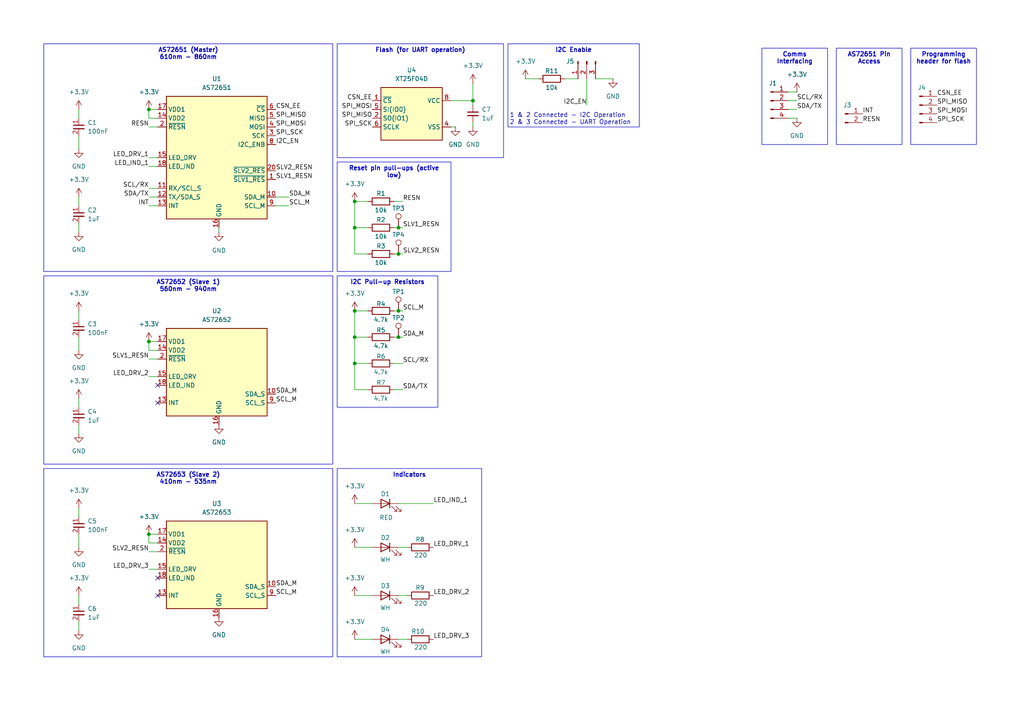
<source format=kicad_sch>
(kicad_sch (version 20231120) (generator "eeschema") (generator_version "8.0")
  (paper "A4")
  (title_block (title "AS7265X Chip-set") (date "2024-06-12") (rev "1") (company "University of Cape Town") (comment 1 "Sarah Tallack"))
  (lib_symbols
    (symbol "C_Small_1" (pin_names (offset 0.254) hide)
      (property "Reference" "C" (at 0.254 1.778 0))
      (property "Value" "C_Small" (at 0.254 -2.032 0))
      (symbol "C_Small_1_0_1"
        (polyline (pts (xy -1.524 -0.508) (xy 1.524 -0.508)) (stroke (width 0.3302)))
        (polyline (pts (xy -1.524 0.508) (xy 1.524 0.508)) (stroke (width 0.3048)))
      )
      (symbol "C_Small_1_1_1"
        (pin passive line (at 0 2.54 270) (length 2.032) (name "~") (number "1"))
        (pin passive line (at 0 -2.54 90) (length 2.032) (name "~") (number "2"))
      )
    )
    (symbol "C_Small_2" (pin_names (offset 0.254) hide)
      (property "Reference" "C" (at 0.254 1.778 0))
      (property "Value" "C_Small" (at 0.254 -2.032 0))
      (symbol "C_Small_2_0_1"
        (polyline (pts (xy -1.524 -0.508) (xy 1.524 -0.508)) (stroke (width 0.3302)))
        (polyline (pts (xy -1.524 0.508) (xy 1.524 0.508)) (stroke (width 0.3048)))
      )
      (symbol "C_Small_2_1_1"
        (pin passive line (at 0 2.54 270) (length 2.032) (name "~") (number "1"))
        (pin passive line (at 0 -2.54 90) (length 2.032) (name "~") (number "2"))
      )
    )
    (symbol "C_Small_3" (pin_numbers hide) (pin_names (offset 0.254) hide)
      (property "Reference" "C" (at 0.254 1.778 0))
      (property "Value" "C_Small" (at 0.254 -2.032 0))
      (symbol "C_Small_3_0_1"
        (polyline (pts (xy -1.524 -0.508) (xy 1.524 -0.508)) (stroke (width 0.3302)))
        (polyline (pts (xy -1.524 0.508) (xy 1.524 0.508)) (stroke (width 0.3048)))
      )
      (symbol "C_Small_3_1_1"
        (pin passive line (at 0 2.54 270) (length 2.032) (name "~") (number "1"))
        (pin passive line (at 0 -2.54 90) (length 2.032) (name "~") (number "2"))
      )
    )
    (symbol "Connector:Conn_01x02_Pin" (pin_names (offset 1.016) hide)
      (property "Reference" "J" (at 0 2.54 0))
      (property "Value" "Conn_01x02_Pin" (at 0 -5.08 0))
      (symbol "Conn_01x02_Pin_1_1"
        (polyline (pts (xy 1.27 -2.54) (xy 0.8636 -2.54)) (stroke (width 0.1524)))
        (polyline (pts (xy 1.27 0) (xy 0.8636 0)) (stroke (width 0.1524)))
        (rectangle (start 0.8636 -2.413) (end 0 -2.667) (stroke (width 0.1524)) (fill (type outline)))
        (rectangle (start 0.8636 0.127) (end 0 -0.127) (stroke (width 0.1524)) (fill (type outline)))
        (pin passive line (at 5.08 0 180) (length 3.81) (name "Pin_1") (number "1"))
        (pin passive line (at 5.08 -2.54 180) (length 3.81) (name "Pin_2") (number "2"))
      )
    )
    (symbol "Connector:Conn_01x03_Pin" (pin_names (offset 1.016) hide)
      (property "Reference" "J" (at 0 5.08 0))
      (property "Value" "Conn_01x03_Pin" (at 0 -5.08 0))
      (symbol "Conn_01x03_Pin_1_1"
        (polyline (pts (xy 1.27 -2.54) (xy 0.8636 -2.54)) (stroke (width 0.1524)))
        (polyline (pts (xy 1.27 0) (xy 0.8636 0)) (stroke (width 0.1524)))
        (polyline (pts (xy 1.27 2.54) (xy 0.8636 2.54)) (stroke (width 0.1524)))
        (rectangle (start 0.8636 -2.413) (end 0 -2.667) (stroke (width 0.1524)) (fill (type outline)))
        (rectangle (start 0.8636 0.127) (end 0 -0.127) (stroke (width 0.1524)) (fill (type outline)))
        (rectangle (start 0.8636 2.667) (end 0 2.413) (stroke (width 0.1524)) (fill (type outline)))
        (pin passive line (at 5.08 2.54 180) (length 3.81) (name "Pin_1") (number "1"))
        (pin passive line (at 5.08 0 180) (length 3.81) (name "Pin_2") (number "2"))
        (pin passive line (at 5.08 -2.54 180) (length 3.81) (name "Pin_3") (number "3"))
      )
    )
    (symbol "Connector:Conn_01x04_Pin" (pin_names (offset 1.016) hide)
      (property "Reference" "J" (at 0 5.08 0))
      (property "Value" "Conn_01x04_Pin" (at 0 -7.62 0))
      (symbol "Conn_01x04_Pin_1_1"
        (polyline (pts (xy 1.27 -5.08) (xy 0.8636 -5.08)) (stroke (width 0.1524)))
        (polyline (pts (xy 1.27 -2.54) (xy 0.8636 -2.54)) (stroke (width 0.1524)))
        (polyline (pts (xy 1.27 0) (xy 0.8636 0)) (stroke (width 0.1524)))
        (polyline (pts (xy 1.27 2.54) (xy 0.8636 2.54)) (stroke (width 0.1524)))
        (rectangle (start 0.8636 -4.953) (end 0 -5.207) (stroke (width 0.1524)) (fill (type outline)))
        (rectangle (start 0.8636 -2.413) (end 0 -2.667) (stroke (width 0.1524)) (fill (type outline)))
        (rectangle (start 0.8636 0.127) (end 0 -0.127) (stroke (width 0.1524)) (fill (type outline)))
        (rectangle (start 0.8636 2.667) (end 0 2.413) (stroke (width 0.1524)) (fill (type outline)))
        (pin passive line (at 5.08 2.54 180) (length 3.81) (name "Pin_1") (number "1"))
        (pin passive line (at 5.08 0 180) (length 3.81) (name "Pin_2") (number "2"))
        (pin passive line (at 5.08 -2.54 180) (length 3.81) (name "Pin_3") (number "3"))
        (pin passive line (at 5.08 -5.08 180) (length 3.81) (name "Pin_4") (number "4"))
      )
    )
    (symbol "Connector:TestPoint" (pin_numbers hide) (pin_names (offset 0.762) hide)
      (property "Reference" "TP" (at 0 6.858 0))
      (property "Value" "TestPoint" (at 0 5.08 0))
      (symbol "TestPoint_0_1"
        (circle (center 0 3.302) (radius 0.762))
      )
      (symbol "TestPoint_1_1"
        (pin passive line (at 0 0 90) (length 2.54) (name "1") (number "1"))
      )
    )
    (symbol "Device:LED" (pin_numbers hide) (pin_names (offset 1.016) hide)
      (property "Reference" "D" (at 0 2.54 0))
      (property "Value" "LED" (at 0 -2.54 0))
      (symbol "LED_0_1"
        (polyline (pts (xy -1.27 -1.27) (xy -1.27 1.27)) (stroke (width 0.254)))
        (polyline (pts (xy -1.27 0) (xy 1.27 0)))
        (polyline (pts (xy 1.27 -1.27) (xy 1.27 1.27) (xy -1.27 0) (xy 1.27 -1.27)) (stroke (width 0.254)))
        (polyline (pts (xy -3.048 -0.762) (xy -4.572 -2.286) (xy -3.81 -2.286) (xy -4.572 -2.286) (xy -4.572 -1.524)))
        (polyline (pts (xy -1.778 -0.762) (xy -3.302 -2.286) (xy -2.54 -2.286) (xy -3.302 -2.286) (xy -3.302 -1.524)))
      )
      (symbol "LED_1_1"
        (pin passive line (at -3.81 0 0) (length 2.54) (name "K") (number "1"))
        (pin passive line (at 3.81 0 180) (length 2.54) (name "A") (number "2"))
      )
    )
    (symbol "Device:R" (pin_numbers hide) (pin_names (offset 0))
      (property "Reference" "R" (at 2.032 0 90))
      (property "Value" "R" (at 0 0 90))
      (symbol "R_0_1"
        (rectangle (start -1.016 -2.54) (end 1.016 2.54) (stroke (width 0.254)))
      )
      (symbol "R_1_1"
        (pin passive line (at 0 3.81 270) (length 1.27) (name "~") (number "1"))
        (pin passive line (at 0 -3.81 90) (length 1.27) (name "~") (number "2"))
      )
    )
    (symbol "Sarah_Library:AS72651"
      (property "Reference" "U" (at -14.478 22.098 0))
      (property "Value" "AS72651" (at -10.922 19.558 0))
      (symbol "AS72651_0_1"
        (rectangle (start -15.24 17.78) (end 13.97 -17.78) (stroke (width 0.254)) (fill (type background)))
      )
      (symbol "AS72651_1_1"
        (pin output line (at 16.51 -6.35 180) (length 2.54) (name "~{SLV1_RES}") (number "1"))
        (pin bidirectional line (at 16.51 -11.43 180) (length 2.54) (name "SDA_M") (number "10"))
        (pin input line (at -17.78 -8.89 0) (length 2.54) (name "RX/SCL_S") (number "11"))
        (pin bidirectional line (at -17.78 -11.43 0) (length 2.54) (name "TX/SDA_S") (number "12"))
        (pin output line (at -17.78 -13.97 0) (length 2.54) (name "INT") (number "13"))
        (pin power_in line (at -17.78 11.43 0) (length 2.54) (name "VDD2") (number "14"))
        (pin output line (at -17.78 0 0) (length 2.54) (name "LED_DRV") (number "15"))
        (pin power_in line (at 0 -20.32 90) (length 2.54) (name "GND") (number "16"))
        (pin power_in line (at -17.78 13.97 0) (length 2.54) (name "VDD1") (number "17"))
        (pin output line (at -17.78 -2.54 0) (length 2.54) (name "LED_IND") (number "18"))
        (pin no_connect line (at 6.35 20.32 270) (length 2.54) hide (name "NC") (number "19"))
        (pin input line (at -17.78 8.89 0) (length 2.54) (name "~{RESN}") (number "2"))
        (pin output line (at 16.51 -3.81 180) (length 2.54) (name "~{SLV2_RES}") (number "20"))
        (pin output line (at 16.51 6.35 180) (length 2.54) (name "SCK") (number "3"))
        (pin output line (at 16.51 8.89 180) (length 2.54) (name "MOSI") (number "4"))
        (pin input line (at 16.51 11.43 180) (length 2.54) (name "MISO") (number "5"))
        (pin output line (at 16.51 13.97 180) (length 2.54) (name "~{CS}") (number "6"))
        (pin no_connect line (at 3.81 20.32 270) (length 2.54) hide (name "NC") (number "7"))
        (pin input line (at 16.51 3.81 180) (length 2.54) (name "I2C_ENB") (number "8"))
        (pin output line (at 16.51 -13.97 180) (length 2.54) (name "SCL_M") (number "9"))
      )
    )
    (symbol "Sarah_Library:AS72652"
      (property "Reference" "U" (at -14.732 16.256 0))
      (property "Value" "AS72652" (at -11.176 13.97 0))
      (symbol "AS72652_0_1"
        (rectangle (start -15.24 12.7) (end 13.97 -12.7) (stroke (width 0.254)) (fill (type background)))
      )
      (symbol "AS72652_1_1"
        (pin no_connect line (at -34.29 11.43 0) (length 2.54) hide (name "NC") (number "1"))
        (pin bidirectional line (at 16.51 -6.35 180) (length 2.54) (name "SDA_S") (number "10"))
        (pin no_connect line (at -34.29 -6.35 0) (length 2.54) hide (name "NC") (number "11"))
        (pin no_connect line (at -34.29 -8.89 0) (length 2.54) hide (name "NC") (number "12"))
        (pin output line (at -17.78 -8.89 0) (length 2.54) (name "INT") (number "13"))
        (pin power_in line (at -17.78 6.35 0) (length 2.54) (name "VDD2") (number "14"))
        (pin output line (at -17.78 -1.27 0) (length 2.54) (name "LED_DRV") (number "15"))
        (pin power_in line (at 0 -15.24 90) (length 2.54) (name "GND") (number "16"))
        (pin power_in line (at -17.78 8.89 0) (length 2.54) (name "VDD1") (number "17"))
        (pin output line (at -17.78 -3.81 0) (length 2.54) (name "LED_IND") (number "18"))
        (pin no_connect line (at -34.29 -11.43 0) (length 2.54) hide (name "NC") (number "19"))
        (pin input line (at -17.78 3.81 0) (length 2.54) (name "~{RESN}") (number "2"))
        (pin no_connect line (at -34.29 -13.97 0) (length 2.54) hide (name "NC") (number "20"))
        (pin no_connect line (at -34.29 8.89 0) (length 2.54) hide (name "NC") (number "3"))
        (pin no_connect line (at -34.29 6.35 0) (length 2.54) hide (name "NC") (number "4"))
        (pin no_connect line (at -34.29 3.81 0) (length 2.54) hide (name "NC") (number "5"))
        (pin no_connect line (at -34.29 1.27 0) (length 2.54) hide (name "NC") (number "6"))
        (pin no_connect line (at -34.29 -1.27 0) (length 2.54) hide (name "NC") (number "7"))
        (pin no_connect line (at -34.29 -3.81 0) (length 2.54) hide (name "NC") (number "8"))
        (pin bidirectional line (at 16.51 -8.89 180) (length 2.54) (name "SCL_S") (number "9"))
      )
    )
    (symbol "Sarah_Library:AS72653"
      (property "Reference" "U" (at -9.652 -12.7 0))
      (property "Value" "AS72653" (at 0 0 0))
      (symbol "AS72653_0_1"
        (rectangle (start -15.24 12.7) (end 13.97 -12.7) (stroke (width 0.254)) (fill (type background)))
      )
      (symbol "AS72653_1_1"
        (pin no_connect line (at -34.29 11.43 0) (length 2.54) hide (name "NC") (number "1"))
        (pin bidirectional line (at 16.51 -6.35 180) (length 2.54) (name "SDA_S") (number "10"))
        (pin no_connect line (at -34.29 -6.35 0) (length 2.54) hide (name "NC") (number "11"))
        (pin no_connect line (at -34.29 -8.89 0) (length 2.54) hide (name "NC") (number "12"))
        (pin output line (at -17.78 -8.89 0) (length 2.54) (name "INT") (number "13"))
        (pin power_in line (at -17.78 6.35 0) (length 2.54) (name "VDD2") (number "14"))
        (pin output line (at -17.78 -1.27 0) (length 2.54) (name "LED_DRV") (number "15"))
        (pin power_in line (at 0 -15.24 90) (length 2.54) (name "GND") (number "16"))
        (pin power_in line (at -17.78 8.89 0) (length 2.54) (name "VDD1") (number "17"))
        (pin output line (at -17.78 -3.81 0) (length 2.54) (name "LED_IND") (number "18"))
        (pin no_connect line (at -34.29 -11.43 0) (length 2.54) hide (name "NC") (number "19"))
        (pin input line (at -17.78 3.81 0) (length 2.54) (name "~{RESN}") (number "2"))
        (pin no_connect line (at -34.29 -13.97 0) (length 2.54) hide (name "NC") (number "20"))
        (pin no_connect line (at -34.29 8.89 0) (length 2.54) hide (name "NC") (number "3"))
        (pin no_connect line (at -34.29 6.35 0) (length 2.54) hide (name "NC") (number "4"))
        (pin no_connect line (at -34.29 3.81 0) (length 2.54) hide (name "NC") (number "5"))
        (pin no_connect line (at -34.29 1.27 0) (length 2.54) hide (name "NC") (number "6"))
        (pin no_connect line (at -34.29 -1.27 0) (length 2.54) hide (name "NC") (number "7"))
        (pin no_connect line (at -34.29 -3.81 0) (length 2.54) hide (name "NC") (number "8"))
        (pin bidirectional line (at 16.51 -8.89 180) (length 2.54) (name "SCL_S") (number "9"))
      )
    )
    (symbol "Sarah_Library:XT25F04D"
      (property "Reference" "U" (at -10.922 16.256 0))
      (property "Value" "XT25F04D" (at -6.858 13.97 0))
      (symbol "XT25F04D_0_1"
        (rectangle (start -8.89 12.7) (end 8.89 -2.54) (stroke (width 0.254)) (fill (type background)))
      )
      (symbol "XT25F04D_1_1"
        (pin input line (at -11.43 8.89 0) (length 2.54) (name "~{CS}") (number "1"))
        (pin bidirectional line (at -11.43 3.81 0) (length 2.54) (name "SO(IO1)") (number "2"))
        (pin no_connect line (at 11.43 6.35 180) (length 2.54) hide (name "NC") (number "3"))
        (pin power_in line (at 11.43 1.27 180) (length 2.54) (name "VSS") (number "4"))
        (pin bidirectional line (at -11.43 6.35 0) (length 2.54) (name "SI(IO0)") (number "5"))
        (pin input line (at -11.43 1.27 0) (length 2.54) (name "SCLK") (number "6"))
        (pin no_connect line (at 11.43 3.81 180) (length 2.54) hide (name "NC") (number "7"))
        (pin power_in line (at 11.43 8.89 180) (length 2.54) (name "VCC") (number "8"))
      )
    )
    (symbol "power:+3.3V" (power) (pin_numbers hide) (pin_names (offset 0) hide)
      (property "Value" "+3.3V" (at 0 3.556 0))
      (symbol "+3.3V_0_1"
        (polyline (pts (xy -0.762 1.27) (xy 0 2.54)))
        (polyline (pts (xy 0 0) (xy 0 2.54)))
        (polyline (pts (xy 0 2.54) (xy 0.762 1.27)))
      )
      (symbol "+3.3V_1_1"
        (pin power_in line (at 0 0 90) (length 0) (name "~") (number "1"))
      )
    )
    (symbol "power:GND" (power) (pin_numbers hide) (pin_names (offset 0) hide)
      (property "Value" "GND" (at 0 -3.81 0))
      (symbol "GND_0_1"
        (polyline (pts (xy 0 0) (xy 0 -1.27) (xy 1.27 -1.27) (xy 0 -2.54) (xy -1.27 -1.27) (xy 0 -1.27)))
      )
      (symbol "GND_1_1"
        (pin power_in line (at 0 0 270) (length 0) (name "~") (number "1"))
      )
    )
  )
  (junction (at 115.57 66.04))
  (junction (at 102.87 90.17))
  (junction (at 102.87 66.04))
  (junction (at 43.18 154.94))
  (junction (at 115.57 73.66))
  (junction (at 43.18 31.75))
  (junction (at 102.87 105.41))
  (junction (at 137.16 29.21))
  (junction (at 102.87 58.42))
  (junction (at 115.57 90.17))
  (junction (at 43.18 99.06))
  (junction (at 102.87 97.79))
  (junction (at 115.57 97.79))
  (no_connect (at 45.72 167.64))
  (no_connect (at 45.72 116.84))
  (no_connect (at 45.72 172.72))
  (no_connect (at 45.72 111.76))
  (wire (pts (xy 228.6 26.67) (xy 231.14 26.67)))
  (wire (pts (xy 43.18 34.29) (xy 43.18 31.75)))
  (wire (pts (xy 43.18 109.22) (xy 45.72 109.22)))
  (wire (pts (xy 118.11 185.42) (xy 115.57 185.42)))
  (wire (pts (xy 43.18 101.6) (xy 45.72 101.6)))
  (wire (pts (xy 102.87 73.66) (xy 106.68 73.66)))
  (wire (pts (xy 137.16 24.13) (xy 137.16 29.21)))
  (wire (pts (xy 102.87 113.03) (xy 106.68 113.03)))
  (wire (pts (xy 45.72 34.29) (xy 43.18 34.29)))
  (wire (pts (xy 43.18 165.1) (xy 45.72 165.1)))
  (wire (pts (xy 22.86 90.17) (xy 22.86 92.71)))
  (wire (pts (xy 170.18 22.86) (xy 170.18 30.48)))
  (wire (pts (xy 22.86 123.19) (xy 22.86 125.73)))
  (wire (pts (xy 114.3 105.41) (xy 116.84 105.41)))
  (wire (pts (xy 106.68 58.42) (xy 102.87 58.42)))
  (wire (pts (xy 163.83 22.86) (xy 167.64 22.86)))
  (wire (pts (xy 114.3 58.42) (xy 116.84 58.42)))
  (wire (pts (xy 114.3 90.17) (xy 115.57 90.17)))
  (wire (pts (xy 22.86 147.32) (xy 22.86 149.86)))
  (wire (pts (xy 130.81 29.21) (xy 137.16 29.21)))
  (wire (pts (xy 115.57 73.66) (xy 116.84 73.66)))
  (wire (pts (xy 80.01 57.15) (xy 83.82 57.15)))
  (wire (pts (xy 22.86 31.75) (xy 22.86 34.29)))
  (wire (pts (xy 102.87 105.41) (xy 102.87 113.03)))
  (wire (pts (xy 43.18 31.75) (xy 45.72 31.75)))
  (wire (pts (xy 102.87 146.05) (xy 107.95 146.05)))
  (wire (pts (xy 102.87 66.04) (xy 102.87 73.66)))
  (wire (pts (xy 22.86 118.11) (xy 22.86 115.57)))
  (wire (pts (xy 43.18 101.6) (xy 43.18 99.06)))
  (wire (pts (xy 22.86 39.37) (xy 22.86 43.18)))
  (wire (pts (xy 231.14 31.75) (xy 228.6 31.75)))
  (wire (pts (xy 22.86 175.26) (xy 22.86 172.72)))
  (wire (pts (xy 43.18 48.26) (xy 45.72 48.26)))
  (wire (pts (xy 102.87 90.17) (xy 102.87 97.79)))
  (wire (pts (xy 231.14 34.29) (xy 228.6 34.29)))
  (wire (pts (xy 43.18 157.48) (xy 43.18 154.94)))
  (wire (pts (xy 115.57 97.79) (xy 116.84 97.79)))
  (wire (pts (xy 22.86 64.77) (xy 22.86 67.31)))
  (wire (pts (xy 22.86 97.79) (xy 22.86 101.6)))
  (wire (pts (xy 152.4 22.86) (xy 156.21 22.86)))
  (wire (pts (xy 114.3 113.03) (xy 116.84 113.03)))
  (wire (pts (xy 118.11 158.75) (xy 115.57 158.75)))
  (wire (pts (xy 22.86 154.94) (xy 22.86 158.75)))
  (wire (pts (xy 43.18 99.06) (xy 45.72 99.06)))
  (wire (pts (xy 43.18 154.94) (xy 45.72 154.94)))
  (wire (pts (xy 43.18 59.69) (xy 45.72 59.69)))
  (wire (pts (xy 22.86 59.69) (xy 22.86 57.15)))
  (wire (pts (xy 118.11 172.72) (xy 115.57 172.72)))
  (wire (pts (xy 137.16 30.48) (xy 137.16 29.21)))
  (wire (pts (xy 115.57 66.04) (xy 114.3 66.04)))
  (wire (pts (xy 43.18 57.15) (xy 45.72 57.15)))
  (wire (pts (xy 102.87 97.79) (xy 106.68 97.79)))
  (wire (pts (xy 102.87 90.17) (xy 106.68 90.17)))
  (wire (pts (xy 43.18 104.14) (xy 45.72 104.14)))
  (wire (pts (xy 231.14 29.21) (xy 228.6 29.21)))
  (wire (pts (xy 102.87 66.04) (xy 106.68 66.04)))
  (wire (pts (xy 43.18 36.83) (xy 45.72 36.83)))
  (wire (pts (xy 172.72 22.86) (xy 177.8 22.86)))
  (wire (pts (xy 115.57 90.17) (xy 116.84 90.17)))
  (wire (pts (xy 43.18 160.02) (xy 45.72 160.02)))
  (wire (pts (xy 114.3 97.79) (xy 115.57 97.79)))
  (wire (pts (xy 102.87 158.75) (xy 107.95 158.75)))
  (wire (pts (xy 63.5 66.04) (xy 63.5 67.31)))
  (wire (pts (xy 43.18 157.48) (xy 45.72 157.48)))
  (wire (pts (xy 137.16 36.83) (xy 137.16 35.56)))
  (wire (pts (xy 43.18 45.72) (xy 45.72 45.72)))
  (wire (pts (xy 125.73 146.05) (xy 115.57 146.05)))
  (wire (pts (xy 43.18 54.61) (xy 45.72 54.61)))
  (wire (pts (xy 114.3 73.66) (xy 115.57 73.66)))
  (wire (pts (xy 102.87 172.72) (xy 107.95 172.72)))
  (wire (pts (xy 102.87 185.42) (xy 107.95 185.42)))
  (wire (pts (xy 102.87 97.79) (xy 102.87 105.41)))
  (wire (pts (xy 102.87 105.41) (xy 106.68 105.41)))
  (wire (pts (xy 102.87 58.42) (xy 102.87 66.04)))
  (wire (pts (xy 116.84 66.04) (xy 115.57 66.04)))
  (wire (pts (xy 22.86 180.34) (xy 22.86 182.88)))
  (wire (pts (xy 80.01 59.69) (xy 83.82 59.69)))
  (wire (pts (xy 132.08 36.83) (xy 130.81 36.83)))
  (text_box "AS72651 (Master)\n610nm - 860nm" (at 12.7 12.7 0) (size 83.82 66.04) (effects (font (size 1.27 1.27) (bold yes)) (justify top)))
  (text_box "AS72651 Pin Access" (at 242.57 13.97 0) (size 19.05 27.94) (effects (font (size 1.27 1.27) (bold yes)) (justify top)))
  (text_box "Reset pin pull-ups (active low)" (at 97.79 46.99 0) (size 33.02 31.75) (effects (font (size 1.27 1.27) (bold yes)) (justify top)))
  (text_box "Programming header for flash" (at 264.16 13.97 0) (size 19.05 27.94) (effects (font (size 1.27 1.27) (bold yes)) (justify top)))
  (text_box "AS72653 (Slave 2)\n410nm - 535nm" (at 12.7 135.89 0) (size 83.82 54.61) (effects (font (size 1.27 1.27) (bold yes)) (justify top)))
  (text_box "Comms Interfacing" (at 220.98 13.97 0) (size 19.05 27.94) (effects (font (size 1.27 1.27) (bold yes)) (justify top)))
  (text_box "Indicators" (at 97.79 135.89 0) (size 41.91 54.61) (effects (font (size 1.27 1.27) (bold yes)) (justify top)))
  (text_box "I2C Enable \n" (at 147.32 12.7 0) (size 38.1 24.13) (effects (font (size 1.27 1.27) (bold yes)) (justify top)))
  (text_box "AS72652 (Slave 1)\n560nm - 940nm" (at 12.7 80.01 0) (size 83.82 54.61) (effects (font (size 1.27 1.27) (bold yes)) (justify top)))
  (text_box "I2C Pull-up Resistors" (at 97.79 80.01 0) (size 29.21 38.1) (effects (font (size 1.27 1.27) (bold yes)) (justify top)))
  (text_box "Flash (for UART operation)" (at 97.79 12.7 0) (size 48.26 33.02) (effects (font (size 1.27 1.27) (bold yes)) (justify top)))
  (text "1 & 2 Connected - I2C Operation\n2 & 3 Connected - UART Operation" (at 147.828 34.544 0) (effects (font (size 1.27 1.27)) (justify left)))
  (label "SLV2_RESN" (at 80.01 49.53 0))
  (label "SDA_M" (at 80.01 114.3 0))
  (label "LED_DRV_3" (at 43.18 165.1 180))
  (label "SLV2_RESN" (at 43.18 160.02 180))
  (label "CSN_EE" (at 80.01 31.75 0))
  (label "SPI_SCK" (at 107.95 36.83 180))
  (label "I2C_EN" (at 170.18 30.48 180))
  (label "SLV1_RESN" (at 116.84 66.04 0))
  (label "CSN_EE" (at 107.95 29.21 180))
  (label "SDA_M" (at 116.84 97.79 0))
  (label "SCL/RX" (at 231.14 29.21 0))
  (label "LED_DRV_1" (at 43.18 45.72 180))
  (label "SCL/RX" (at 116.84 105.41 0))
  (label "SDA/TX" (at 231.14 31.75 0))
  (label "SPI_MOSI" (at 107.95 31.75 180))
  (label "SCL_M" (at 80.01 116.84 0))
  (label "SCL_M" (at 116.84 90.17 0))
  (label "INT" (at 250.19 33.02 0))
  (label "RESN" (at 43.18 36.83 180))
  (label "CSN_EE" (at 271.78 27.94 0))
  (label "RESN" (at 116.84 58.42 0))
  (label "SDA_M" (at 83.82 57.15 0))
  (label "I2C_EN" (at 80.01 41.91 0))
  (label "SCL_M" (at 83.82 59.69 0))
  (label "SPI_MOSI" (at 271.78 33.02 0))
  (label "SPI_MISO" (at 80.01 34.29 0))
  (label "SPI_MOSI" (at 80.01 36.83 0))
  (label "SCL_M" (at 80.01 172.72 0))
  (label "INT" (at 43.18 59.69 180))
  (label "LED_DRV_2" (at 43.18 109.22 180))
  (label "LED_IND_1" (at 43.18 48.26 180))
  (label "RESN" (at 250.19 35.56 0))
  (label "SPI_MISO" (at 107.95 34.29 180))
  (label "SLV1_RESN" (at 80.01 52.07 0))
  (label "SPI_SCK" (at 271.78 35.56 0))
  (label "SPI_MISO" (at 271.78 30.48 0))
  (label "LED_DRV_2" (at 125.73 172.72 0))
  (label "SLV1_RESN" (at 43.18 104.14 180))
  (label "SLV2_RESN" (at 116.84 73.66 0))
  (label "LED_IND_1" (at 125.73 146.05 0))
  (label "SDA/TX" (at 43.18 57.15 180))
  (label "SCL/RX" (at 43.18 54.61 180))
  (label "LED_DRV_3" (at 125.73 185.42 0))
  (label "SDA/TX" (at 116.84 113.03 0))
  (label "SDA_M" (at 80.01 170.18 0))
  (label "SPI_SCK" (at 80.01 39.37 0))
  (label "LED_DRV_1" (at 125.73 158.75 0))
  (symbol (lib_id "Device:R") (at 121.92 158.75 270) (mirror x) (unit 1)
    (property "Reference" "R8" (at 123.19 156.464 90) (effects (justify right)))
    (property "Value" "220" (at 123.952 161.036 90) (effects (justify right)))
    (property "Footprint" "Resistor_SMD:R_0402_1005Metric" (effects (hide yes)))
    (property "Description" "Resistor" (effects (hide yes)))
    (property "LCSC" "C25091" (effects (hide yes)))
  )
  (symbol (lib_id "power:+3.3V") (at 102.87 58.42 0) (mirror y) (unit 1)
    (property "Reference" "#PWR019" (effects (hide yes)))
    (property "Value" "+3.3V" (at 102.87 53.34 0))
    (property "Description" "Power symbol creates a global label with name \"+3.3V\"" (effects (hide yes)))
  )
  (symbol (lib_id "Device:R") (at 160.02 22.86 90) (mirror x) (unit 1)
    (property "Reference" "R11" (at 160.02 20.574 90))
    (property "Value" "10k" (at 160.02 25.4 90))
    (property "Footprint" "Resistor_SMD:R_0402_1005Metric" (effects (hide yes)))
    (property "Description" "Resistor" (effects (hide yes)))
    (property "LCSC" "C25744" (effects (hide yes)))
  )
  (symbol (lib_name "C_Small_2") (lib_id "Device:C_Small") (at 22.86 36.83 0) (unit 1)
    (property "Reference" "C1" (at 25.4 35.5662 0) (effects (justify left)))
    (property "Value" "100nF" (at 25.4 38.1062 0) (effects (justify left)))
    (property "Footprint" "Capacitor_SMD:C_0402_1005Metric" (effects (hide yes)))
    (property "Description" "Unpolarized capacitor, small symbol" (effects (hide yes)))
    (property "LCSC" "C307331" (effects (hide yes)))
  )
  (symbol (lib_id "power:+3.3V") (at 231.14 26.67 0) (unit 1)
    (property "Reference" "#PWR030" (effects (hide yes)))
    (property "Value" "+3.3V" (at 231.14 21.59 0))
    (property "Description" "Power symbol creates a global label with name \"+3.3V\"" (effects (hide yes)))
  )
  (symbol (lib_id "Connector:TestPoint") (at 115.57 66.04 0) (unit 1)
    (property "Reference" "TP3" (at 115.57 60.452 0))
    (property "Value" "TestPoint" (effects (hide yes)))
    (property "Footprint" "TestPoint:TestPoint_Plated_Hole_D2.0mm" (effects (hide yes)))
    (property "Description" "test point" (effects (hide yes)))
  )
  (symbol (lib_id "power:GND") (at 177.8 22.86 0) (unit 1)
    (property "Reference" "#PWR029" (effects (hide yes)))
    (property "Value" "GND" (at 177.8 27.94 0))
    (property "Description" "Power symbol creates a global label with name \"GND\" , ground" (effects (hide yes)))
  )
  (symbol (lib_id "Device:R") (at 110.49 113.03 270) (unit 1)
    (property "Reference" "R7" (at 110.49 110.998 90))
    (property "Value" "4.7k" (at 110.49 115.57 90))
    (property "Footprint" "Resistor_SMD:R_0402_1005Metric" (effects (hide yes)))
    (property "Description" "Resistor" (effects (hide yes)))
    (property "LCSC" "C25744" (effects (hide yes)))
  )
  (symbol (lib_id "power:GND") (at 63.5 67.31 0) (unit 1)
    (property "Reference" "#PWR016" (effects (hide yes)))
    (property "Value" "GND" (at 63.5 72.644 0))
    (property "Description" "Power symbol creates a global label with name \"GND\" , ground" (effects (hide yes)))
  )
  (symbol (lib_id "power:+3.3V") (at 22.86 115.57 0) (unit 1)
    (property "Reference" "#PWR07" (effects (hide yes)))
    (property "Value" "+3.3V" (at 22.86 110.49 0))
    (property "Description" "Power symbol creates a global label with name \"+3.3V\"" (effects (hide yes)))
  )
  (symbol (lib_id "power:GND") (at 22.86 125.73 0) (unit 1)
    (property "Reference" "#PWR08" (effects (hide yes)))
    (property "Value" "GND" (at 22.86 130.81 0))
    (property "Description" "Power symbol creates a global label with name \"GND\" , ground" (effects (hide yes)))
  )
  (symbol (lib_id "power:+3.3V") (at 22.86 90.17 0) (unit 1)
    (property "Reference" "#PWR05" (effects (hide yes)))
    (property "Value" "+3.3V" (at 22.86 85.09 0))
    (property "Description" "Power symbol creates a global label with name \"+3.3V\"" (effects (hide yes)))
  )
  (symbol (lib_id "Sarah_Library:AS72653") (at 63.5 163.83 0) (unit 1)
    (property "Reference" "U3" (at 62.865 146.05 0))
    (property "Value" "AS72653" (at 62.865 148.59 0))
    (property "Footprint" "Sarah_Library:AMS_AS7265x_LGA-20_4.7x4.5mm_P0.65mm" (effects (hide yes)))
    (property "Datasheet" "https://ams.com/documents/20143/36005/AS7265x_DS000612_1-00.pdf/08051c8a-a7f6-6231-7993-2d3fe0bf38b8" (effects (hide yes)))
  )
  (symbol (lib_id "Connector:Conn_01x04_Pin") (at 266.7 30.48 0) (unit 1)
    (property "Reference" "J4" (at 267.335 25.4 0))
    (property "Value" "Conn_01x04_Pin" (effects (hide yes)))
    (property "Footprint" "Connector_PinHeader_2.54mm:PinHeader_1x04_P2.54mm_Vertical" (effects (hide yes)))
    (property "Description" "Generic connector, single row, 01x04, script generated" (effects (hide yes)))
  )
  (symbol (lib_id "power:GND") (at 231.14 34.29 0) (unit 1)
    (property "Reference" "#PWR031" (effects (hide yes)))
    (property "Value" "GND" (at 231.14 39.37 0))
    (property "Description" "Power symbol creates a global label with name \"GND\" , ground" (effects (hide yes)))
  )
  (symbol (lib_id "Connector:TestPoint") (at 115.57 73.66 0) (unit 1)
    (property "Reference" "TP4" (at 115.57 68.072 0))
    (property "Value" "TestPoint" (effects (hide yes)))
    (property "Footprint" "TestPoint:TestPoint_Plated_Hole_D2.0mm" (effects (hide yes)))
    (property "Description" "test point" (effects (hide yes)))
  )
  (symbol (lib_id "power:+3.3V") (at 102.87 158.75 0) (mirror y) (unit 1)
    (property "Reference" "#PWR022" (effects (hide yes)))
    (property "Value" "+3.3V" (at 102.87 153.67 0))
    (property "Description" "Power symbol creates a global label with name \"+3.3V\"" (effects (hide yes)))
  )
  (symbol (lib_id "power:+3.3V") (at 152.4 22.86 0) (unit 1)
    (property "Reference" "#PWR028" (effects (hide yes)))
    (property "Value" "+3.3V" (at 152.4 17.78 0))
    (property "Description" "Power symbol creates a global label with name \"+3.3V\"" (effects (hide yes)))
  )
  (symbol (lib_id "Sarah_Library:AS72651") (at 63.5 45.72 0) (unit 1)
    (property "Reference" "U1" (at 62.865 22.86 0))
    (property "Value" "AS72651" (at 62.865 25.4 0))
    (property "Footprint" "Sarah_Library:AMS_AS7265x_LGA-20_4.7x4.5mm_P0.65mm" (effects (hide yes)))
    (property "Datasheet" "https://ams.com/documents/20143/36005/AS7265x_DS000612_1-00.pdf/08051c8a-a7f6-6231-7993-2d3fe0bf38b8" (effects (hide yes)))
  )
  (symbol (lib_id "Device:R") (at 121.92 185.42 270) (mirror x) (unit 1)
    (property "Reference" "R10" (at 123.19 183.134 90) (effects (justify right)))
    (property "Value" "220" (at 123.952 187.706 90) (effects (justify right)))
    (property "Footprint" "Resistor_SMD:R_0402_1005Metric" (effects (hide yes)))
    (property "Description" "Resistor" (effects (hide yes)))
    (property "LCSC" "C25091" (effects (hide yes)))
  )
  (symbol (lib_id "Device:R") (at 110.49 73.66 90) (mirror x) (unit 1)
    (property "Reference" "R3" (at 110.49 71.374 90))
    (property "Value" "10k" (at 110.49 76.2 90))
    (property "Footprint" "Resistor_SMD:R_0402_1005Metric" (effects (hide yes)))
    (property "Description" "Resistor" (effects (hide yes)))
    (property "LCSC" "C25744" (effects (hide yes)))
  )
  (symbol (lib_id "Device:R") (at 110.49 66.04 90) (mirror x) (unit 1)
    (property "Reference" "R2" (at 110.49 63.754 90))
    (property "Value" "10k" (at 110.49 68.58 90))
    (property "Footprint" "Resistor_SMD:R_0402_1005Metric" (effects (hide yes)))
    (property "Description" "Resistor" (effects (hide yes)))
    (property "LCSC" "C25744" (effects (hide yes)))
  )
  (symbol (lib_id "Device:LED") (at 111.76 172.72 0) (mirror y) (unit 1)
    (property "Reference" "D3" (at 111.76 169.926 0))
    (property "Value" "WH" (at 111.76 176.276 0))
    (property "Footprint" "Diode_SMD:D_0603_1608Metric" (effects (hide yes)))
    (property "Description" "Light emitting diode" (effects (hide yes)))
    (property "LCSC" "C2290" (effects (hide yes)))
  )
  (symbol (lib_id "Sarah_Library:AS72652") (at 63.5 107.95 0) (unit 1)
    (property "Reference" "U2" (at 62.865 90.17 0))
    (property "Value" "AS72652" (at 62.865 92.71 0))
    (property "Footprint" "Sarah_Library:AMS_AS7265x_LGA-20_4.7x4.5mm_P0.65mm" (effects (hide yes)))
    (property "Datasheet" "https://ams.com/documents/20143/36005/AS7265x_DS000612_1-00.pdf/08051c8a-a7f6-6231-7993-2d3fe0bf38b8" (effects (hide yes)))
  )
  (symbol (lib_id "power:+3.3V") (at 102.87 185.42 0) (mirror y) (unit 1)
    (property "Reference" "#PWR024" (effects (hide yes)))
    (property "Value" "+3.3V" (at 102.87 180.34 0))
    (property "Description" "Power symbol creates a global label with name \"+3.3V\"" (effects (hide yes)))
  )
  (symbol (lib_id "power:+3.3V") (at 22.86 57.15 0) (unit 1)
    (property "Reference" "#PWR03" (effects (hide yes)))
    (property "Value" "+3.3V" (at 22.86 52.07 0))
    (property "Description" "Power symbol creates a global label with name \"+3.3V\"" (effects (hide yes)))
  )
  (symbol (lib_id "power:+3.3V") (at 22.86 147.32 0) (unit 1)
    (property "Reference" "#PWR09" (effects (hide yes)))
    (property "Value" "+3.3V" (at 22.86 142.24 0))
    (property "Description" "Power symbol creates a global label with name \"+3.3V\"" (effects (hide yes)))
  )
  (symbol (lib_id "Sarah_Library:XT25F04D") (at 119.38 38.1 0) (unit 1)
    (property "Reference" "U4" (at 119.38 20.32 0))
    (property "Value" "XT25F04D" (at 119.38 22.86 0))
    (property "Footprint" "Package_SO:SOP-8_3.9x4.9mm_P1.27mm" (effects (hide yes)))
    (property "Datasheet" "https://wmsc.lcsc.com/wmsc/upload/file/pdf/v2/lcsc/2012301033_XTX-XT25F04DSOIGU_C1884606.pdf" (effects (hide yes)))
    (property "LCSC" "C558854" (effects (hide yes)))
  )
  (symbol (lib_id "Device:R") (at 110.49 97.79 270) (unit 1)
    (property "Reference" "R5" (at 110.49 95.758 90))
    (property "Value" "4.7k" (at 110.49 100.33 90))
    (property "Footprint" "Resistor_SMD:R_0402_1005Metric" (effects (hide yes)))
    (property "Description" "Resistor" (effects (hide yes)))
    (property "LCSC" "C25744" (effects (hide yes)))
  )
  (symbol (lib_id "Connector:Conn_01x03_Pin") (at 170.18 17.78 90) (mirror x) (unit 1)
    (property "Reference" "J5" (at 165.354 17.78 90))
    (property "Value" "Conn_01x03_Pin" (effects (hide yes)))
    (property "Footprint" "Connector_PinHeader_2.54mm:PinHeader_1x03_P2.54mm_Vertical" (effects (hide yes)))
    (property "Description" "Generic connector, single row, 01x03, script generated" (effects (hide yes)))
  )
  (symbol (lib_name "C_Small_2") (lib_id "Device:C_Small") (at 22.86 95.25 0) (unit 1)
    (property "Reference" "C3" (at 25.4 93.9862 0) (effects (justify left)))
    (property "Value" "100nF" (at 25.4 96.5262 0) (effects (justify left)))
    (property "Footprint" "Capacitor_SMD:C_0402_1005Metric" (effects (hide yes)))
    (property "Description" "Unpolarized capacitor, small symbol" (effects (hide yes)))
    (property "LCSC" "C307331" (effects (hide yes)))
  )
  (symbol (lib_id "power:GND") (at 137.16 36.83 0) (unit 1)
    (property "Reference" "#PWR027" (effects (hide yes)))
    (property "Value" "GND" (at 137.16 41.91 0))
    (property "Description" "Power symbol creates a global label with name \"GND\" , ground" (effects (hide yes)))
  )
  (symbol (lib_id "power:+3.3V") (at 137.16 24.13 0) (unit 1)
    (property "Reference" "#PWR026" (effects (hide yes)))
    (property "Value" "+3.3V" (at 137.16 19.05 0))
    (property "Description" "Power symbol creates a global label with name \"+3.3V\"" (effects (hide yes)))
  )
  (symbol (lib_id "power:+3.3V") (at 102.87 172.72 0) (mirror y) (unit 1)
    (property "Reference" "#PWR023" (effects (hide yes)))
    (property "Value" "+3.3V" (at 102.87 167.64 0))
    (property "Description" "Power symbol creates a global label with name \"+3.3V\"" (effects (hide yes)))
  )
  (symbol (lib_id "power:+3.3V") (at 43.18 31.75 0) (unit 1)
    (property "Reference" "#PWR013" (effects (hide yes)))
    (property "Value" "+3.3V" (at 43.18 26.67 0))
    (property "Description" "Power symbol creates a global label with name \"+3.3V\"" (effects (hide yes)))
  )
  (symbol (lib_id "power:+3.3V") (at 22.86 31.75 0) (unit 1)
    (property "Reference" "#PWR01" (effects (hide yes)))
    (property "Value" "+3.3V" (at 22.86 26.67 0))
    (property "Description" "Power symbol creates a global label with name \"+3.3V\"" (effects (hide yes)))
  )
  (symbol (lib_id "Connector:Conn_01x02_Pin") (at 245.11 33.02 0) (unit 1)
    (property "Reference" "J3" (at 245.745 30.48 0))
    (property "Value" "Conn_01x02_Pin" (effects (hide yes)))
    (property "Footprint" "Connector_PinHeader_2.54mm:PinHeader_1x02_P2.54mm_Vertical" (effects (hide yes)))
    (property "Description" "Generic connector, single row, 01x02, script generated" (effects (hide yes)))
  )
  (symbol (lib_id "Connector:Conn_01x04_Pin") (at 223.52 29.21 0) (unit 1)
    (property "Reference" "J1" (at 224.155 24.13 0))
    (property "Value" "Conn_01x04_Pin" (effects (hide yes)))
    (property "Footprint" "Connector_PinHeader_2.54mm:PinHeader_1x04_P2.54mm_Vertical" (effects (hide yes)))
    (property "Description" "Generic connector, single row, 01x04, script generated" (effects (hide yes)))
  )
  (symbol (lib_id "Device:LED") (at 111.76 158.75 0) (mirror y) (unit 1)
    (property "Reference" "D2" (at 111.76 155.956 0))
    (property "Value" "WH" (at 111.76 162.306 0))
    (property "Footprint" "Diode_SMD:D_0603_1608Metric" (effects (hide yes)))
    (property "Description" "Light emitting diode" (effects (hide yes)))
    (property "LCSC" "C2290" (effects (hide yes)))
  )
  (symbol (lib_id "power:GND") (at 22.86 101.6 0) (unit 1)
    (property "Reference" "#PWR06" (effects (hide yes)))
    (property "Value" "GND" (at 22.86 106.68 0))
    (property "Description" "Power symbol creates a global label with name \"GND\" , ground" (effects (hide yes)))
  )
  (symbol (lib_id "Connector:TestPoint") (at 115.57 97.79 0) (unit 1)
    (property "Reference" "TP2" (at 115.57 92.202 0))
    (property "Value" "TestPoint" (effects (hide yes)))
    (property "Footprint" "TestPoint:TestPoint_Plated_Hole_D2.0mm" (effects (hide yes)))
    (property "Description" "test point" (effects (hide yes)))
  )
  (symbol (lib_id "Device:R") (at 110.49 105.41 270) (unit 1)
    (property "Reference" "R6" (at 110.49 103.378 90))
    (property "Value" "4.7k" (at 110.49 107.95 90))
    (property "Footprint" "Resistor_SMD:R_0402_1005Metric" (effects (hide yes)))
    (property "Description" "Resistor" (effects (hide yes)))
    (property "LCSC" "C25744" (effects (hide yes)))
  )
  (symbol (lib_id "power:GND") (at 22.86 158.75 0) (unit 1)
    (property "Reference" "#PWR010" (effects (hide yes)))
    (property "Value" "GND" (at 22.86 163.83 0))
    (property "Description" "Power symbol creates a global label with name \"GND\" , ground" (effects (hide yes)))
  )
  (symbol (lib_id "Device:R") (at 110.49 90.17 270) (unit 1)
    (property "Reference" "R4" (at 110.49 88.138 90))
    (property "Value" "4.7k" (at 110.49 92.71 90))
    (property "Footprint" "Resistor_SMD:R_0402_1005Metric" (effects (hide yes)))
    (property "Description" "Resistor" (effects (hide yes)))
    (property "LCSC" "C25744" (effects (hide yes)))
  )
  (symbol (lib_id "Device:R") (at 110.49 58.42 90) (mirror x) (unit 1)
    (property "Reference" "R1" (at 110.49 56.134 90))
    (property "Value" "10k" (at 110.49 60.96 90))
    (property "Footprint" "Resistor_SMD:R_0402_1005Metric" (effects (hide yes)))
    (property "Description" "Resistor" (effects (hide yes)))
    (property "LCSC" "C25744" (effects (hide yes)))
  )
  (symbol (lib_id "Device:LED") (at 111.76 185.42 0) (mirror y) (unit 1)
    (property "Reference" "D4" (at 111.76 182.626 0))
    (property "Value" "WH" (at 111.76 188.976 0))
    (property "Footprint" "Diode_SMD:D_0603_1608Metric" (effects (hide yes)))
    (property "Description" "Light emitting diode" (effects (hide yes)))
    (property "LCSC" "C2290" (effects (hide yes)))
  )
  (symbol (lib_id "power:+3.3V") (at 102.87 146.05 0) (mirror y) (unit 1)
    (property "Reference" "#PWR021" (effects (hide yes)))
    (property "Value" "+3.3V" (at 102.87 140.97 0))
    (property "Description" "Power symbol creates a global label with name \"+3.3V\"" (effects (hide yes)))
  )
  (symbol (lib_id "Device:LED") (at 111.76 146.05 0) (mirror y) (unit 1)
    (property "Reference" "D1" (at 111.76 143.256 0))
    (property "Value" "RED" (at 112.014 150.114 0))
    (property "Footprint" "Diode_SMD:D_0603_1608Metric" (effects (hide yes)))
    (property "Description" "Light emitting diode" (effects (hide yes)))
    (property "LCSC" "C2286" (effects (hide yes)))
  )
  (symbol (lib_id "power:+3.3V") (at 43.18 154.94 0) (unit 1)
    (property "Reference" "#PWR015" (effects (hide yes)))
    (property "Value" "+3.3V" (at 43.18 149.86 0))
    (property "Description" "Power symbol creates a global label with name \"+3.3V\"" (effects (hide yes)))
  )
  (symbol (lib_id "power:GND") (at 63.5 179.07 0) (unit 1)
    (property "Reference" "#PWR018" (effects (hide yes)))
    (property "Value" "GND" (at 63.5 184.15 0))
    (property "Description" "Power symbol creates a global label with name \"GND\" , ground" (effects (hide yes)))
  )
  (symbol (lib_id "power:GND") (at 22.86 43.18 0) (unit 1)
    (property "Reference" "#PWR02" (effects (hide yes)))
    (property "Value" "GND" (at 22.86 48.26 0))
    (property "Description" "Power symbol creates a global label with name \"GND\" , ground" (effects (hide yes)))
  )
  (symbol (lib_name "C_Small_1") (lib_id "Device:C_Small") (at 22.86 120.65 0) (unit 1)
    (property "Reference" "C4" (at 25.4 119.3862 0) (effects (justify left)))
    (property "Value" "1uF" (at 25.4 121.9262 0) (effects (justify left)))
    (property "Footprint" "Capacitor_SMD:C_0402_1005Metric" (effects (hide yes)))
    (property "Description" "Unpolarized capacitor, small symbol" (effects (hide yes)))
    (property "LCSC" "C52923" (effects (hide yes)))
  )
  (symbol (lib_id "Connector:TestPoint") (at 115.57 90.17 0) (unit 1)
    (property "Reference" "TP1" (at 115.57 84.582 0))
    (property "Value" "TestPoint" (effects (hide yes)))
    (property "Footprint" "TestPoint:TestPoint_Plated_Hole_D2.0mm" (effects (hide yes)))
    (property "Description" "test point" (effects (hide yes)))
  )
  (symbol (lib_name "C_Small_1") (lib_id "Device:C_Small") (at 22.86 62.23 0) (unit 1)
    (property "Reference" "C2" (at 25.4 60.9662 0) (effects (justify left)))
    (property "Value" "1uF" (at 25.4 63.5062 0) (effects (justify left)))
    (property "Footprint" "Capacitor_SMD:C_0402_1005Metric" (effects (hide yes)))
    (property "Description" "Unpolarized capacitor, small symbol" (effects (hide yes)))
    (property "LCSC" "C52923" (effects (hide yes)))
  )
  (symbol (lib_id "power:+3.3V") (at 22.86 172.72 0) (unit 1)
    (property "Reference" "#PWR011" (effects (hide yes)))
    (property "Value" "+3.3V" (at 22.86 167.64 0))
    (property "Description" "Power symbol creates a global label with name \"+3.3V\"" (effects (hide yes)))
  )
  (symbol (lib_id "power:GND") (at 22.86 182.88 0) (unit 1)
    (property "Reference" "#PWR012" (effects (hide yes)))
    (property "Value" "GND" (at 22.86 187.96 0))
    (property "Description" "Power symbol creates a global label with name \"GND\" , ground" (effects (hide yes)))
  )
  (symbol (lib_id "power:GND") (at 63.5 123.19 0) (unit 1)
    (property "Reference" "#PWR017" (effects (hide yes)))
    (property "Value" "GND" (at 63.5 128.27 0))
    (property "Description" "Power symbol creates a global label with name \"GND\" , ground" (effects (hide yes)))
  )
  (symbol (lib_id "power:GND") (at 22.86 67.31 0) (unit 1)
    (property "Reference" "#PWR04" (effects (hide yes)))
    (property "Value" "GND" (at 22.86 72.39 0))
    (property "Description" "Power symbol creates a global label with name \"GND\" , ground" (effects (hide yes)))
  )
  (symbol (lib_name "C_Small_3") (lib_id "Device:C_Small") (at 137.16 33.02 0) (unit 1)
    (property "Reference" "C7" (at 139.7 31.7562 0) (effects (justify left)))
    (property "Value" "1uF" (at 139.7 34.2962 0) (effects (justify left)))
    (property "Footprint" "Capacitor_SMD:C_0402_1005Metric" (effects (hide yes)))
    (property "Description" "Unpolarized capacitor, small symbol" (effects (hide yes)))
    (property "LCSC" "C15849" (effects (hide yes)))
  )
  (symbol (lib_id "power:GND") (at 132.08 36.83 0) (unit 1)
    (property "Reference" "#PWR025" (effects (hide yes)))
    (property "Value" "GND" (at 132.08 41.91 0))
    (property "Description" "Power symbol creates a global label with name \"GND\" , ground" (effects (hide yes)))
  )
  (symbol (lib_name "C_Small_1") (lib_id "Device:C_Small") (at 22.86 177.8 0) (unit 1)
    (property "Reference" "C6" (at 25.4 176.5362 0) (effects (justify left)))
    (property "Value" "1uF" (at 25.4 179.0762 0) (effects (justify left)))
    (property "Footprint" "Capacitor_SMD:C_0402_1005Metric" (effects (hide yes)))
    (property "Description" "Unpolarized capacitor, small symbol" (effects (hide yes)))
    (property "LCSC" "C52923" (effects (hide yes)))
  )
  (symbol (lib_id "Device:R") (at 121.92 172.72 270) (mirror x) (unit 1)
    (property "Reference" "R9" (at 123.19 170.434 90) (effects (justify right)))
    (property "Value" "220" (at 123.952 175.006 90) (effects (justify right)))
    (property "Footprint" "Resistor_SMD:R_0402_1005Metric" (effects (hide yes)))
    (property "Description" "Resistor" (effects (hide yes)))
    (property "LCSC" "C25091" (effects (hide yes)))
  )
  (symbol (lib_id "power:+3.3V") (at 43.18 99.06 0) (unit 1)
    (property "Reference" "#PWR014" (effects (hide yes)))
    (property "Value" "+3.3V" (at 43.18 93.98 0))
    (property "Description" "Power symbol creates a global label with name \"+3.3V\"" (effects (hide yes)))
  )
  (symbol (lib_name "C_Small_2") (lib_id "Device:C_Small") (at 22.86 152.4 0) (unit 1)
    (property "Reference" "C5" (at 25.4 151.1362 0) (effects (justify left)))
    (property "Value" "100nF" (at 25.4 153.6762 0) (effects (justify left)))
    (property "Footprint" "Capacitor_SMD:C_0402_1005Metric" (effects (hide yes)))
    (property "Description" "Unpolarized capacitor, small symbol" (effects (hide yes)))
    (property "LCSC" "C307331" (effects (hide yes)))
  )
  (symbol (lib_id "power:+3.3V") (at 102.87 90.17 0) (unit 1)
    (property "Reference" "#PWR020" (effects (hide yes)))
    (property "Value" "+3.3V" (at 102.87 85.09 0))
    (property "Description" "Power symbol creates a global label with name \"+3.3V\"" (effects (hide yes)))
  )
)
</source>
